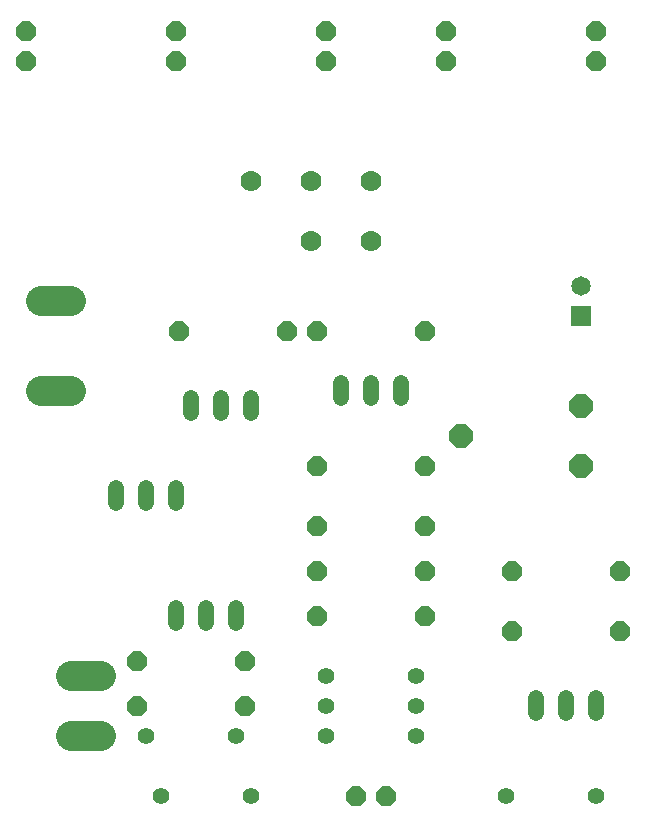
<source format=gbr>
G04 EAGLE Gerber RS-274X export*
G75*
%MOMM*%
%FSLAX34Y34*%
%LPD*%
%INTop Copper*%
%IPPOS*%
%AMOC8*
5,1,8,0,0,1.08239X$1,22.5*%
G01*
%ADD10R,1.651000X1.651000*%
%ADD11C,1.651000*%
%ADD12C,1.408000*%
%ADD13P,1.814519X8X112.500000*%
%ADD14P,1.814519X8X202.500000*%
%ADD15P,1.814519X8X22.500000*%
%ADD16C,1.320800*%
%ADD17C,2.540000*%
%ADD18P,2.144431X8X112.500000*%
%ADD19C,1.778000*%


D10*
X520700Y482600D03*
D11*
X520700Y508000D03*
D12*
X381000Y152400D03*
X304800Y152400D03*
X381000Y127000D03*
X304800Y127000D03*
X228600Y127000D03*
X152400Y127000D03*
X241300Y76200D03*
X165100Y76200D03*
X533400Y76200D03*
X457200Y76200D03*
X304800Y177800D03*
X381000Y177800D03*
D13*
X50800Y698500D03*
X50800Y723900D03*
X177800Y698500D03*
X177800Y723900D03*
X304800Y698500D03*
X304800Y723900D03*
X406400Y698500D03*
X406400Y723900D03*
X533400Y698500D03*
X533400Y723900D03*
D14*
X271780Y469900D03*
X180340Y469900D03*
D15*
X297180Y355600D03*
X388620Y355600D03*
D14*
X388620Y469900D03*
X297180Y469900D03*
X236220Y190500D03*
X144780Y190500D03*
X236220Y152400D03*
X144780Y152400D03*
X388620Y304800D03*
X297180Y304800D03*
X388620Y266700D03*
X297180Y266700D03*
D15*
X462280Y266700D03*
X553720Y266700D03*
X462280Y215900D03*
X553720Y215900D03*
X297180Y228600D03*
X388620Y228600D03*
D16*
X177800Y323596D02*
X177800Y336804D01*
X127000Y336804D02*
X127000Y323596D01*
X152400Y323596D02*
X152400Y336804D01*
X177800Y235204D02*
X177800Y221996D01*
X228600Y221996D02*
X228600Y235204D01*
X203200Y235204D02*
X203200Y221996D01*
X190500Y399796D02*
X190500Y413004D01*
X241300Y413004D02*
X241300Y399796D01*
X215900Y399796D02*
X215900Y413004D01*
D17*
X88900Y495300D02*
X63500Y495300D01*
X63500Y419100D02*
X88900Y419100D01*
X88900Y127000D02*
X114300Y127000D01*
X114300Y177800D02*
X88900Y177800D01*
D18*
X419100Y381000D03*
X520700Y355600D03*
X520700Y406400D03*
D16*
X342900Y412496D02*
X342900Y425704D01*
X368300Y425704D02*
X368300Y412496D01*
X317500Y412496D02*
X317500Y425704D01*
X508000Y159004D02*
X508000Y145796D01*
X533400Y145796D02*
X533400Y159004D01*
X482600Y159004D02*
X482600Y145796D01*
D19*
X342900Y546100D03*
X292100Y546100D03*
X241300Y596900D03*
X292100Y596900D03*
X342900Y596900D03*
D15*
X330200Y76200D03*
X355600Y76200D03*
M02*

</source>
